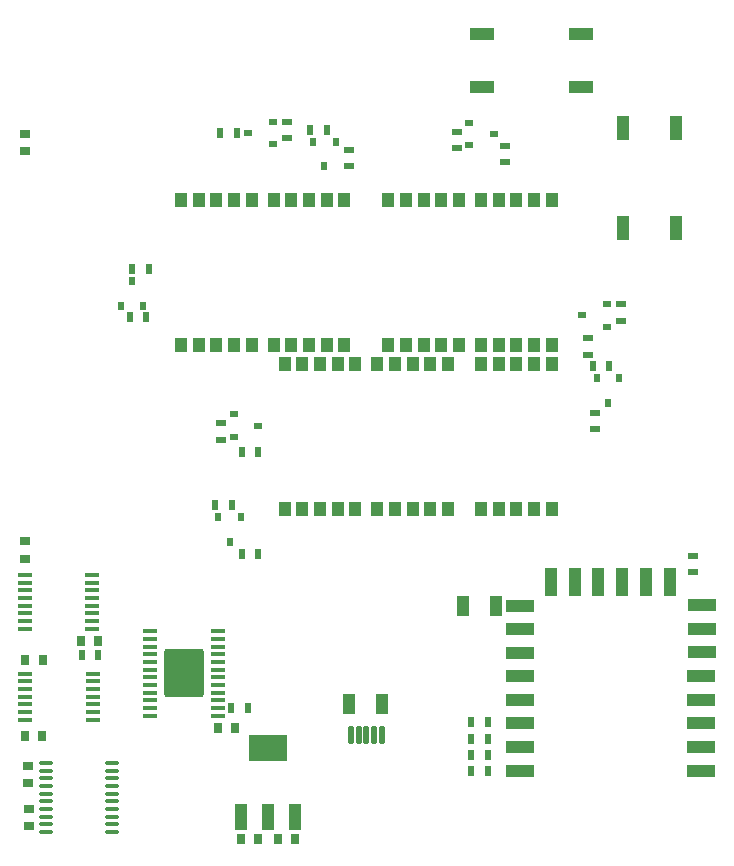
<source format=gbr>
%TF.GenerationSoftware,Altium Limited,Altium Designer,20.1.8 (145)*%
G04 Layer_Color=128*
%FSLAX44Y44*%
%MOMM*%
%TF.SameCoordinates,743C107F-9E53-4DF5-BF78-65164CE4EDE1*%
%TF.FilePolarity,Positive*%
%TF.FileFunction,Paste,Bot*%
%TF.Part,Single*%
G01*
G75*
%TA.AperFunction,SMDPad,CuDef*%
G04:AMPARAMS|DCode=63|XSize=1.65mm|YSize=0.95mm|CornerRadius=0.0048mm|HoleSize=0mm|Usage=FLASHONLY|Rotation=270.000|XOffset=0mm|YOffset=0mm|HoleType=Round|Shape=RoundedRectangle|*
%AMROUNDEDRECTD63*
21,1,1.6500,0.9405,0,0,270.0*
21,1,1.6405,0.9500,0,0,270.0*
1,1,0.0095,-0.4703,-0.8203*
1,1,0.0095,-0.4703,0.8203*
1,1,0.0095,0.4703,0.8203*
1,1,0.0095,0.4703,-0.8203*
%
%ADD63ROUNDEDRECTD63*%
G04:AMPARAMS|DCode=66|XSize=1mm|YSize=1.25mm|CornerRadius=0.005mm|HoleSize=0mm|Usage=FLASHONLY|Rotation=180.000|XOffset=0mm|YOffset=0mm|HoleType=Round|Shape=RoundedRectangle|*
%AMROUNDEDRECTD66*
21,1,1.0000,1.2400,0,0,180.0*
21,1,0.9900,1.2500,0,0,180.0*
1,1,0.0100,-0.4950,0.6200*
1,1,0.0100,0.4950,0.6200*
1,1,0.0100,0.4950,-0.6200*
1,1,0.0100,-0.4950,-0.6200*
%
%ADD66ROUNDEDRECTD66*%
G04:AMPARAMS|DCode=68|XSize=0.85mm|YSize=0.5mm|CornerRadius=0.0025mm|HoleSize=0mm|Usage=FLASHONLY|Rotation=270.000|XOffset=0mm|YOffset=0mm|HoleType=Round|Shape=RoundedRectangle|*
%AMROUNDEDRECTD68*
21,1,0.8500,0.4950,0,0,270.0*
21,1,0.8450,0.5000,0,0,270.0*
1,1,0.0050,-0.2475,-0.4225*
1,1,0.0050,-0.2475,0.4225*
1,1,0.0050,0.2475,0.4225*
1,1,0.0050,0.2475,-0.4225*
%
%ADD68ROUNDEDRECTD68*%
G04:AMPARAMS|DCode=69|XSize=0.85mm|YSize=0.5mm|CornerRadius=0.0025mm|HoleSize=0mm|Usage=FLASHONLY|Rotation=0.000|XOffset=0mm|YOffset=0mm|HoleType=Round|Shape=RoundedRectangle|*
%AMROUNDEDRECTD69*
21,1,0.8500,0.4950,0,0,0.0*
21,1,0.8450,0.5000,0,0,0.0*
1,1,0.0050,0.4225,-0.2475*
1,1,0.0050,-0.4225,-0.2475*
1,1,0.0050,-0.4225,0.2475*
1,1,0.0050,0.4225,0.2475*
%
%ADD69ROUNDEDRECTD69*%
G04:AMPARAMS|DCode=70|XSize=1.1mm|YSize=2.3mm|CornerRadius=0.0055mm|HoleSize=0mm|Usage=FLASHONLY|Rotation=270.000|XOffset=0mm|YOffset=0mm|HoleType=Round|Shape=RoundedRectangle|*
%AMROUNDEDRECTD70*
21,1,1.1000,2.2890,0,0,270.0*
21,1,1.0890,2.3000,0,0,270.0*
1,1,0.0110,-1.1445,-0.5445*
1,1,0.0110,-1.1445,0.5445*
1,1,0.0110,1.1445,0.5445*
1,1,0.0110,1.1445,-0.5445*
%
%ADD70ROUNDEDRECTD70*%
G04:AMPARAMS|DCode=71|XSize=1.1mm|YSize=2.3mm|CornerRadius=0.0055mm|HoleSize=0mm|Usage=FLASHONLY|Rotation=180.000|XOffset=0mm|YOffset=0mm|HoleType=Round|Shape=RoundedRectangle|*
%AMROUNDEDRECTD71*
21,1,1.1000,2.2890,0,0,180.0*
21,1,1.0890,2.3000,0,0,180.0*
1,1,0.0110,-0.5445,1.1445*
1,1,0.0110,0.5445,1.1445*
1,1,0.0110,0.5445,-1.1445*
1,1,0.0110,-0.5445,-1.1445*
%
%ADD71ROUNDEDRECTD71*%
G04:AMPARAMS|DCode=72|XSize=0.55mm|YSize=0.7mm|CornerRadius=0.0028mm|HoleSize=0mm|Usage=FLASHONLY|Rotation=0.000|XOffset=0mm|YOffset=0mm|HoleType=Round|Shape=RoundedRectangle|*
%AMROUNDEDRECTD72*
21,1,0.5500,0.6945,0,0,0.0*
21,1,0.5445,0.7000,0,0,0.0*
1,1,0.0055,0.2723,-0.3473*
1,1,0.0055,-0.2723,-0.3473*
1,1,0.0055,-0.2723,0.3473*
1,1,0.0055,0.2723,0.3473*
%
%ADD72ROUNDEDRECTD72*%
G04:AMPARAMS|DCode=73|XSize=2.1mm|YSize=1mm|CornerRadius=0.05mm|HoleSize=0mm|Usage=FLASHONLY|Rotation=90.000|XOffset=0mm|YOffset=0mm|HoleType=Round|Shape=RoundedRectangle|*
%AMROUNDEDRECTD73*
21,1,2.1000,0.9000,0,0,90.0*
21,1,2.0000,1.0000,0,0,90.0*
1,1,0.1000,0.4500,1.0000*
1,1,0.1000,0.4500,-1.0000*
1,1,0.1000,-0.4500,-1.0000*
1,1,0.1000,-0.4500,1.0000*
%
%ADD73ROUNDEDRECTD73*%
G04:AMPARAMS|DCode=74|XSize=2.1mm|YSize=1mm|CornerRadius=0.05mm|HoleSize=0mm|Usage=FLASHONLY|Rotation=180.000|XOffset=0mm|YOffset=0mm|HoleType=Round|Shape=RoundedRectangle|*
%AMROUNDEDRECTD74*
21,1,2.1000,0.9000,0,0,180.0*
21,1,2.0000,1.0000,0,0,180.0*
1,1,0.1000,-1.0000,0.4500*
1,1,0.1000,1.0000,0.4500*
1,1,0.1000,1.0000,-0.4500*
1,1,0.1000,-1.0000,-0.4500*
%
%ADD74ROUNDEDRECTD74*%
G04:AMPARAMS|DCode=75|XSize=0.85mm|YSize=0.6mm|CornerRadius=0.003mm|HoleSize=0mm|Usage=FLASHONLY|Rotation=0.000|XOffset=0mm|YOffset=0mm|HoleType=Round|Shape=RoundedRectangle|*
%AMROUNDEDRECTD75*
21,1,0.8500,0.5940,0,0,0.0*
21,1,0.8440,0.6000,0,0,0.0*
1,1,0.0060,0.4220,-0.2970*
1,1,0.0060,-0.4220,-0.2970*
1,1,0.0060,-0.4220,0.2970*
1,1,0.0060,0.4220,0.2970*
%
%ADD75ROUNDEDRECTD75*%
G04:AMPARAMS|DCode=76|XSize=0.85mm|YSize=0.6mm|CornerRadius=0.003mm|HoleSize=0mm|Usage=FLASHONLY|Rotation=270.000|XOffset=0mm|YOffset=0mm|HoleType=Round|Shape=RoundedRectangle|*
%AMROUNDEDRECTD76*
21,1,0.8500,0.5940,0,0,270.0*
21,1,0.8440,0.6000,0,0,270.0*
1,1,0.0060,-0.2970,-0.4220*
1,1,0.0060,-0.2970,0.4220*
1,1,0.0060,0.2970,0.4220*
1,1,0.0060,0.2970,-0.4220*
%
%ADD76ROUNDEDRECTD76*%
%ADD77O,1.2000X0.4000*%
G04:AMPARAMS|DCode=78|XSize=3.355mm|YSize=4.12mm|CornerRadius=0.2852mm|HoleSize=0mm|Usage=FLASHONLY|Rotation=0.000|XOffset=0mm|YOffset=0mm|HoleType=Round|Shape=RoundedRectangle|*
%AMROUNDEDRECTD78*
21,1,3.3550,3.5497,0,0,0.0*
21,1,2.7847,4.1200,0,0,0.0*
1,1,0.5704,1.3923,-1.7748*
1,1,0.5704,-1.3923,-1.7748*
1,1,0.5704,-1.3923,1.7748*
1,1,0.5704,1.3923,1.7748*
%
%ADD78ROUNDEDRECTD78*%
%ADD79O,1.1500X0.4000*%
G04:AMPARAMS|DCode=80|XSize=1mm|YSize=2.15mm|CornerRadius=0.005mm|HoleSize=0mm|Usage=FLASHONLY|Rotation=0.000|XOffset=0mm|YOffset=0mm|HoleType=Round|Shape=RoundedRectangle|*
%AMROUNDEDRECTD80*
21,1,1.0000,2.1400,0,0,0.0*
21,1,0.9900,2.1500,0,0,0.0*
1,1,0.0100,0.4950,-1.0700*
1,1,0.0100,-0.4950,-1.0700*
1,1,0.0100,-0.4950,1.0700*
1,1,0.0100,0.4950,1.0700*
%
%ADD80ROUNDEDRECTD80*%
G04:AMPARAMS|DCode=81|XSize=3.25mm|YSize=2.15mm|CornerRadius=0.0108mm|HoleSize=0mm|Usage=FLASHONLY|Rotation=0.000|XOffset=0mm|YOffset=0mm|HoleType=Round|Shape=RoundedRectangle|*
%AMROUNDEDRECTD81*
21,1,3.2500,2.1285,0,0,0.0*
21,1,3.2285,2.1500,0,0,0.0*
1,1,0.0215,1.6143,-1.0642*
1,1,0.0215,-1.6143,-1.0642*
1,1,0.0215,-1.6143,1.0642*
1,1,0.0215,1.6143,1.0642*
%
%ADD81ROUNDEDRECTD81*%
G04:AMPARAMS|DCode=82|XSize=0.55mm|YSize=0.7mm|CornerRadius=0.0028mm|HoleSize=0mm|Usage=FLASHONLY|Rotation=270.000|XOffset=0mm|YOffset=0mm|HoleType=Round|Shape=RoundedRectangle|*
%AMROUNDEDRECTD82*
21,1,0.5500,0.6945,0,0,270.0*
21,1,0.5445,0.7000,0,0,270.0*
1,1,0.0055,-0.3473,-0.2723*
1,1,0.0055,-0.3473,0.2723*
1,1,0.0055,0.3473,0.2723*
1,1,0.0055,0.3473,-0.2723*
%
%ADD82ROUNDEDRECTD82*%
G04:AMPARAMS|DCode=83|XSize=0.45mm|YSize=1.5mm|CornerRadius=0.1125mm|HoleSize=0mm|Usage=FLASHONLY|Rotation=180.000|XOffset=0mm|YOffset=0mm|HoleType=Round|Shape=RoundedRectangle|*
%AMROUNDEDRECTD83*
21,1,0.4500,1.2750,0,0,180.0*
21,1,0.2250,1.5000,0,0,180.0*
1,1,0.2250,-0.1125,0.6375*
1,1,0.2250,0.1125,0.6375*
1,1,0.2250,0.1125,-0.6375*
1,1,0.2250,-0.1125,-0.6375*
%
%ADD83ROUNDEDRECTD83*%
D63*
X81620Y-222030D02*
D03*
X109620D02*
D03*
X-15000Y-305000D02*
D03*
X13000D02*
D03*
D66*
X142000Y-1320D02*
D03*
X127000D02*
D03*
X112000D02*
D03*
X97000D02*
D03*
X157000D02*
D03*
X142000Y121320D02*
D03*
X112000D02*
D03*
X127000D02*
D03*
X97000D02*
D03*
X157000D02*
D03*
X-18500D02*
D03*
X-78500D02*
D03*
X-48500D02*
D03*
X-63500D02*
D03*
X-33500D02*
D03*
X-18500Y-1320D02*
D03*
X-78500D02*
D03*
X-63500D02*
D03*
X-48500D02*
D03*
X-33500D02*
D03*
X63500D02*
D03*
X48500D02*
D03*
X33500D02*
D03*
X18500D02*
D03*
X78500D02*
D03*
X63500Y121320D02*
D03*
X33500D02*
D03*
X48500D02*
D03*
X18500D02*
D03*
X78500D02*
D03*
X142000Y-140320D02*
D03*
X127000D02*
D03*
X112000D02*
D03*
X97000D02*
D03*
X157000D02*
D03*
X142000Y-17680D02*
D03*
X112000D02*
D03*
X127000D02*
D03*
X97000D02*
D03*
X157000D02*
D03*
X54250Y-140320D02*
D03*
X39250D02*
D03*
X24250D02*
D03*
X9250D02*
D03*
X69250D02*
D03*
X54250Y-17680D02*
D03*
X24250D02*
D03*
X39250D02*
D03*
X9250D02*
D03*
X69250D02*
D03*
X-9250D02*
D03*
X-69250D02*
D03*
X-39250D02*
D03*
X-54250D02*
D03*
X-24250D02*
D03*
X-9250Y-140320D02*
D03*
X-69250D02*
D03*
X-54250D02*
D03*
X-39250D02*
D03*
X-24250D02*
D03*
X-112000Y-1320D02*
D03*
X-127000D02*
D03*
X-142000D02*
D03*
X-157000D02*
D03*
X-97000D02*
D03*
X-112000Y121320D02*
D03*
X-142000D02*
D03*
X-127000D02*
D03*
X-157000D02*
D03*
X-97000D02*
D03*
D68*
X-91410Y-178218D02*
D03*
X-105410D02*
D03*
X-105380Y-92202D02*
D03*
X-91380D02*
D03*
X-198137Y62992D02*
D03*
X-184137D02*
D03*
X-109474Y178173D02*
D03*
X-123474D02*
D03*
X102900Y-348230D02*
D03*
X88900D02*
D03*
X102900Y-320281D02*
D03*
X88900D02*
D03*
X-113717Y-137216D02*
D03*
X-127717D02*
D03*
X-200322Y21896D02*
D03*
X-186322D02*
D03*
X-100377Y-308809D02*
D03*
X-114377D02*
D03*
X102900Y-334730D02*
D03*
X88900D02*
D03*
X102900Y-361730D02*
D03*
X88900D02*
D03*
X205624Y-19464D02*
D03*
X191624D02*
D03*
X-33358Y180927D02*
D03*
X-47358D02*
D03*
X-226750Y-264303D02*
D03*
X-240750D02*
D03*
D69*
X-14224Y163837D02*
D03*
Y149837D02*
D03*
X117287Y167386D02*
D03*
Y153386D02*
D03*
X193374Y-58849D02*
D03*
Y-72849D02*
D03*
X187706Y-9682D02*
D03*
Y4318D02*
D03*
X276860Y-194000D02*
D03*
Y-180000D02*
D03*
X76854Y179007D02*
D03*
Y165007D02*
D03*
X-67462Y173673D02*
D03*
Y187673D02*
D03*
X215883Y19182D02*
D03*
Y33182D02*
D03*
X-122741Y-67889D02*
D03*
Y-81889D02*
D03*
D70*
X129794Y-361730D02*
D03*
Y-242096D02*
D03*
X284004Y-221776D02*
D03*
X129794Y-341918D02*
D03*
Y-321852D02*
D03*
Y-302040D02*
D03*
Y-281720D02*
D03*
Y-261908D02*
D03*
Y-222030D02*
D03*
X284004Y-241842D02*
D03*
Y-261654D02*
D03*
X283750Y-281720D02*
D03*
Y-301786D02*
D03*
Y-321598D02*
D03*
Y-341918D02*
D03*
Y-361730D02*
D03*
D71*
X156734Y-202202D02*
D03*
X176546D02*
D03*
X196358D02*
D03*
X216678D02*
D03*
X236490D02*
D03*
X256810D02*
D03*
D72*
X-188636Y31554D02*
D03*
X-207637D02*
D03*
X-198137Y52554D02*
D03*
X204592Y-50153D02*
D03*
X214092Y-29153D02*
D03*
X195092D02*
D03*
X-115736Y-168211D02*
D03*
X-106236Y-147211D02*
D03*
X-125236D02*
D03*
X-35461Y149837D02*
D03*
X-25961Y170837D02*
D03*
X-44961D02*
D03*
D73*
X262148Y97990D02*
D03*
Y181990D02*
D03*
X217148Y97990D02*
D03*
Y181990D02*
D03*
D74*
X97994Y217058D02*
D03*
X181994D02*
D03*
X97994Y262058D02*
D03*
X181994D02*
D03*
D75*
X-288838Y163030D02*
D03*
Y177530D02*
D03*
X-289324Y-167746D02*
D03*
Y-182246D02*
D03*
X-285750Y-408731D02*
D03*
Y-394231D02*
D03*
X-286243Y-358095D02*
D03*
Y-372595D02*
D03*
D76*
X-59971Y-419914D02*
D03*
X-74471D02*
D03*
X-111381Y-325492D02*
D03*
X-125881D02*
D03*
X-91471Y-419914D02*
D03*
X-105971D02*
D03*
X-274570Y-332578D02*
D03*
X-289070D02*
D03*
X-274062Y-267762D02*
D03*
X-288562D02*
D03*
X-241250Y-251752D02*
D03*
X-226750D02*
D03*
D77*
X-232324Y-196130D02*
D03*
Y-202630D02*
D03*
Y-209130D02*
D03*
Y-215630D02*
D03*
Y-222130D02*
D03*
Y-228630D02*
D03*
Y-235130D02*
D03*
Y-241630D02*
D03*
X-289324Y-196130D02*
D03*
Y-202630D02*
D03*
Y-209130D02*
D03*
Y-215630D02*
D03*
Y-222130D02*
D03*
Y-228630D02*
D03*
Y-235130D02*
D03*
Y-241630D02*
D03*
X-182881Y-315309D02*
D03*
Y-308809D02*
D03*
Y-302309D02*
D03*
Y-295809D02*
D03*
Y-289309D02*
D03*
Y-282809D02*
D03*
Y-276309D02*
D03*
Y-269809D02*
D03*
Y-263309D02*
D03*
Y-256809D02*
D03*
Y-250309D02*
D03*
Y-243809D02*
D03*
X-125881Y-315309D02*
D03*
Y-308809D02*
D03*
Y-302309D02*
D03*
Y-295809D02*
D03*
Y-289309D02*
D03*
Y-282809D02*
D03*
Y-276309D02*
D03*
Y-269809D02*
D03*
Y-263309D02*
D03*
Y-256809D02*
D03*
Y-250309D02*
D03*
Y-243809D02*
D03*
X-288562Y-318769D02*
D03*
Y-312269D02*
D03*
Y-305769D02*
D03*
Y-299269D02*
D03*
Y-292769D02*
D03*
Y-286269D02*
D03*
Y-279769D02*
D03*
X-231562Y-318769D02*
D03*
Y-312269D02*
D03*
Y-305769D02*
D03*
Y-299269D02*
D03*
Y-292769D02*
D03*
Y-286269D02*
D03*
Y-279769D02*
D03*
D78*
X-154381Y-279559D02*
D03*
D79*
X-215274Y-355231D02*
D03*
Y-361731D02*
D03*
Y-368231D02*
D03*
Y-374731D02*
D03*
Y-381231D02*
D03*
Y-387731D02*
D03*
Y-394231D02*
D03*
Y-400731D02*
D03*
Y-407231D02*
D03*
Y-413731D02*
D03*
X-271274Y-355231D02*
D03*
Y-361731D02*
D03*
Y-368231D02*
D03*
Y-374731D02*
D03*
Y-381231D02*
D03*
Y-387731D02*
D03*
Y-394231D02*
D03*
Y-400731D02*
D03*
Y-407231D02*
D03*
Y-413731D02*
D03*
D80*
X-59971Y-400937D02*
D03*
X-82971D02*
D03*
X-105971D02*
D03*
D81*
X-82971Y-342437D02*
D03*
D82*
X107972Y177201D02*
D03*
X86972Y186701D02*
D03*
Y167701D02*
D03*
X-99760Y178173D02*
D03*
X-78760Y168673D02*
D03*
Y187673D02*
D03*
X182609Y23682D02*
D03*
X203609Y14182D02*
D03*
Y33182D02*
D03*
X-91380Y-69630D02*
D03*
X-112380Y-60130D02*
D03*
Y-79130D02*
D03*
D83*
X0Y-331750D02*
D03*
X-13000D02*
D03*
X-6500D02*
D03*
X13000D02*
D03*
X6500D02*
D03*
%TF.MD5,e90c793390220cf980fdc52dd6b8a013*%
M02*

</source>
